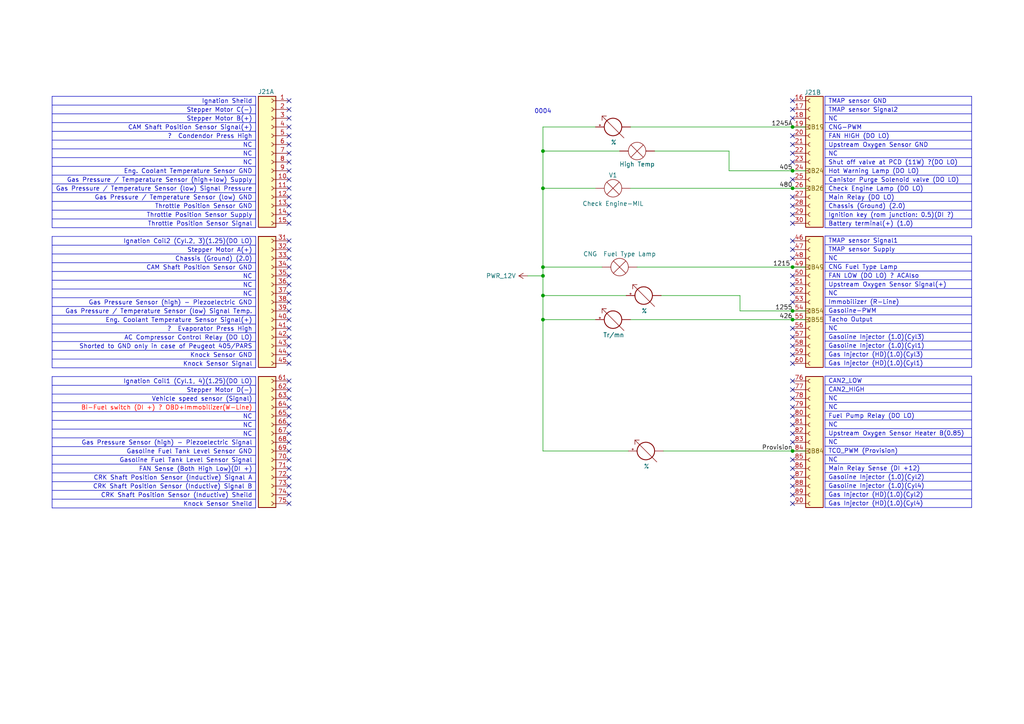
<source format=kicad_sch>
(kicad_sch (version 20250114) (generator "eeschema") (generator_version "9.0")
  (paper "A4")
  (lib_symbols
    (symbol "Device:Galvanometer" (pin_numbers (hide yes)) (pin_names (offset 0.0254) (hide yes))
      (property "Reference" "MES" (at -3.302 1.016 0))
      (property "Value" "Galvanometer" (at -3.302 -0.762 0))
      (symbol "Galvanometer_0_0"
        (polyline (pts (xy -3.175 -3.175) (xy 3.175 3.175)))
        (polyline (pts (xy 1.905 3.175) (xy 3.175 3.175) (xy 3.175 1.905)))
      )
      (symbol "Galvanometer_0_1"
        (circle (center 0 0) (radius 2.54) (stroke (width 0.254)))
        (polyline (pts (xy 0.254 3.81) (xy 0.762 3.81)))
        (polyline (pts (xy 0.508 4.064) (xy 0.508 3.556)))
      )
      (symbol "Galvanometer_1_1"
        (pin passive line (at 0 5.08 270) (length 2.54) (name "+") (number "2"))
        (pin passive line (at 0 -5.08 90) (length 2.54) (name "-") (number "1"))
      )
    )
    (symbol "Device:Lamp" (pin_numbers (hide yes)) (pin_names (offset 0.0254) (hide yes))
      (property "Reference" "LA" (at 0.635 3.81 0))
      (property "Value" "Lamp" (at 0.635 -3.81 0))
      (symbol "Lamp_0_1"
        (polyline (pts (xy -1.778 1.778) (xy 1.778 -1.778)))
        (circle (center 0 0) (radius 2.54))
        (polyline (pts (xy 1.778 1.778) (xy -1.778 -1.778)))
      )
      (symbol "Lamp_1_1"
        (pin passive line (at 0 5.08 270) (length 2.54) (name "+") (number "2"))
        (pin passive line (at 0 -5.08 90) (length 2.54) (name "-") (number "1"))
      )
    )
    (symbol "fab:PWR_12V" (power) (pin_names (offset 0))
      (property "Value" "PWR_12V" (at 0 3.556 0))
      (symbol "PWR_12V_0_1"
        (polyline (pts (xy -0.762 1.27) (xy 0 2.54)))
        (polyline (pts (xy 0 2.54) (xy 0.762 1.27)))
        (polyline (pts (xy 0 0) (xy 0 2.54)))
      )
      (symbol "PWR_12V_1_1"
        (pin power_in line (at 0 0 90) (length 0) (hide yes) (name "PWR_12V") (number "1"))
      )
    )
    (symbol "sicma_socket:Conn_01x90_3Row_Socket" (pin_names (offset 1.016) (hide yes))
      (property "Reference" "J" (at 1.524 60.833 0))
      (property "Value" "Conn_01x90_3Row_Socket" (at 1.397 -61.214 0))
      (symbol "Conn_01x90_3Row_Socket_1_1"
        (rectangle (start -0.508 59.69) (end 4.572 21.717) (stroke (width 0.254)) (fill (type background)))
        (polyline (pts (xy -0.508 58.42) (xy 0.254 58.42)) (stroke (width 0.1524)))
        (polyline (pts (xy -0.508 55.88) (xy 0.254 55.88)) (stroke (width 0.1524)))
        (polyline (pts (xy -0.508 53.34) (xy 0.254 53.34)) (stroke (width 0.1524)))
        (polyline (pts (xy -0.508 50.8) (xy 0.254 50.8)) (stroke (width 0.1524)))
        (polyline (pts (xy -0.508 48.26) (xy 0.254 48.26)) (stroke (width 0.1524)))
        (polyline (pts (xy -0.508 45.72) (xy 0.254 45.72)) (stroke (width 0.1524)))
        (polyline (pts (xy -0.508 43.18) (xy 0.254 43.18)) (stroke (width 0.1524)))
        (polyline (pts (xy -0.508 40.64) (xy 0.254 40.64)) (stroke (width 0.1524)))
        (polyline (pts (xy -0.508 38.1) (xy 0.254 38.1)) (stroke (width 0.1524)))
        (polyline (pts (xy -0.508 35.56) (xy 0.254 35.56)) (stroke (width 0.1524)))
        (polyline (pts (xy -0.508 33.02) (xy 0.254 33.02)) (stroke (width 0.1524)))
        (polyline (pts (xy -0.508 30.48) (xy 0.254 30.48)) (stroke (width 0.1524)))
        (polyline (pts (xy -0.508 27.94) (xy 0.254 27.94)) (stroke (width 0.1524)))
        (polyline (pts (xy -0.508 25.4) (xy 0.254 25.4)) (stroke (width 0.1524)))
        (polyline (pts (xy -0.508 22.86) (xy 0.254 22.86)) (stroke (width 0.1524)))
        (rectangle (start -0.508 19.05) (end 4.572 -18.923) (stroke (width 0.254)) (fill (type background)))
        (polyline (pts (xy -0.508 17.78) (xy 0.254 17.78)) (stroke (width 0.1524)))
        (polyline (pts (xy -0.508 15.24) (xy 0.254 15.24)) (stroke (width 0.1524)))
        (polyline (pts (xy -0.508 12.7) (xy 0.254 12.7)) (stroke (width 0.1524)))
        (polyline (pts (xy -0.508 10.16) (xy 0.254 10.16)) (stroke (width 0.1524)))
        (polyline (pts (xy -0.508 7.62) (xy 0.254 7.62)) (stroke (width 0.1524)))
        (polyline (pts (xy -0.508 5.08) (xy 0.254 5.08)) (stroke (width 0.1524)))
        (polyline (pts (xy -0.508 2.54) (xy 0.254 2.54)) (stroke (width 0.1524)))
        (polyline (pts (xy -0.508 0) (xy 0.254 0)) (stroke (width 0.1524)))
        (polyline (pts (xy -0.508 -2.54) (xy 0.254 -2.54)) (stroke (width 0.1524)))
        (polyline (pts (xy -0.508 -5.08) (xy 0.254 -5.08)) (stroke (width 0.1524)))
        (polyline (pts (xy -0.508 -7.62) (xy 0.254 -7.62)) (stroke (width 0.1524)))
        (polyline (pts (xy -0.508 -10.16) (xy 0.254 -10.16)) (stroke (width 0.1524)))
        (polyline (pts (xy -0.508 -12.7) (xy 0.254 -12.7)) (stroke (width 0.1524)))
        (polyline (pts (xy -0.508 -15.24) (xy 0.254 -15.24)) (stroke (width 0.1524)))
        (polyline (pts (xy -0.508 -17.78) (xy 0.254 -17.78)) (stroke (width 0.1524)))
        (rectangle (start -0.508 -21.59) (end 4.572 -59.563) (stroke (width 0.254)) (fill (type background)))
        (polyline (pts (xy -0.508 -22.86) (xy 0.254 -22.86)) (stroke (width 0.1524)))
        (polyline (pts (xy -0.508 -25.4) (xy 0.254 -25.4)) (stroke (width 0.1524)))
        (polyline (pts (xy -0.508 -27.94) (xy 0.254 -27.94)) (stroke (width 0.1524)))
        (polyline (pts (xy -0.508 -30.48) (xy 0.254 -30.48)) (stroke (width 0.1524)))
        (polyline (pts (xy -0.508 -33.02) (xy 0.254 -33.02)) (stroke (width 0.1524)))
        (polyline (pts (xy -0.508 -35.56) (xy 0.254 -35.56)) (stroke (width 0.1524)))
        (polyline (pts (xy -0.508 -38.1) (xy 0.254 -38.1)) (stroke (width 0.1524)))
        (polyline (pts (xy -0.508 -40.64) (xy 0.254 -40.64)) (stroke (width 0.1524)))
        (polyline (pts (xy -0.508 -43.18) (xy 0.254 -43.18)) (stroke (width 0.1524)))
        (polyline (pts (xy -0.508 -45.72) (xy 0.254 -45.72)) (stroke (width 0.1524)))
        (polyline (pts (xy -0.508 -48.26) (xy 0.254 -48.26)) (stroke (width 0.1524)))
        (polyline (pts (xy -0.508 -50.8) (xy 0.254 -50.8)) (stroke (width 0.1524)))
        (polyline (pts (xy -0.508 -53.34) (xy 0.254 -53.34)) (stroke (width 0.1524)))
        (polyline (pts (xy -0.508 -55.88) (xy 0.254 -55.88)) (stroke (width 0.1524)))
        (polyline (pts (xy -0.508 -58.42) (xy 0.254 -58.42)) (stroke (width 0.1524)))
        (arc (start 0.762 57.912) (mid 0.2562 58.42) (end 0.762 58.928) (stroke (width 0.1524)))
        (arc (start 0.762 55.372) (mid 0.2562 55.88) (end 0.762 56.388) (stroke (width 0.1524)))
        (arc (start 0.762 52.832) (mid 0.2562 53.34) (end 0.762 53.848) (stroke (width 0.1524)))
        (arc (start 0.762 50.292) (mid 0.2562 50.8) (end 0.762 51.308) (stroke (width 0.1524)))
        (arc (start 0.762 47.752) (mid 0.2562 48.26) (end 0.762 48.768) (stroke (width 0.1524)))
        (arc (start 0.762 45.212) (mid 0.2562 45.72) (end 0.762 46.228) (stroke (width 0.1524)))
        (arc (start 0.762 42.672) (mid 0.2562 43.18) (end 0.762 43.688) (stroke (width 0.1524)))
        (arc (start 0.762 40.132) (mid 0.2562 40.64) (end 0.762 41.148) (stroke (width 0.1524)))
        (arc (start 0.762 37.592) (mid 0.2562 38.1) (end 0.762 38.608) (stroke (width 0.1524)))
        (arc (start 0.762 35.052) (mid 0.2562 35.56) (end 0.762 36.068) (stroke (width 0.1524)))
        (arc (start 0.762 32.512) (mid 0.2562 33.02) (end 0.762 33.528) (stroke (width 0.1524)))
        (arc (start 0.762 29.972) (mid 0.2562 30.48) (end 0.762 30.988) (stroke (width 0.1524)))
        (arc (start 0.762 27.432) (mid 0.2562 27.94) (end 0.762 28.448) (stroke (width 0.1524)))
        (arc (start 0.762 24.892) (mid 0.2562 25.4) (end 0.762 25.908) (stroke (width 0.1524)))
        (arc (start 0.762 22.352) (mid 0.2562 22.86) (end 0.762 23.368) (stroke (width 0.1524)))
        (arc (start 0.762 17.272) (mid 0.2562 17.78) (end 0.762 18.288) (stroke (width 0.1524)))
        (arc (start 0.762 14.732) (mid 0.2562 15.24) (end 0.762 15.748) (stroke (width 0.1524)))
        (arc (start 0.762 12.192) (mid 0.2562 12.7) (end 0.762 13.208) (stroke (width 0.1524)))
        (arc (start 0.762 9.652) (mid 0.2562 10.16) (end 0.762 10.668) (stroke (width 0.1524)))
        (arc (start 0.762 7.112) (mid 0.2562 7.62) (end 0.762 8.128) (stroke (width 0.1524)))
        (arc (start 0.762 4.572) (mid 0.2562 5.08) (end 0.762 5.588) (stroke (width 0.1524)))
        (arc (start 0.762 2.032) (mid 0.2562 2.54) (end 0.762 3.048) (stroke (width 0.1524)))
        (arc (start 0.762 -0.508) (mid 0.2562 0) (end 0.762 0.508) (stroke (width 0.1524)))
        (arc (start 0.762 -3.048) (mid 0.2562 -2.54) (end 0.762 -2.032) (stroke (width 0.1524)))
        (arc (start 0.762 -5.588) (mid 0.2562 -5.08) (end 0.762 -4.572) (stroke (width 0.1524)))
        (arc (start 0.762 -8.128) (mid 0.2562 -7.62) (end 0.762 -7.112) (stroke (width 0.1524)))
        (arc (start 0.762 -10.668) (mid 0.2562 -10.16) (end 0.762 -9.652) (stroke (width 0.1524)))
        (arc (start 0.762 -13.208) (mid 0.2562 -12.7) (end 0.762 -12.192) (stroke (width 0.1524)))
        (arc (start 0.762 -15.748) (mid 0.2562 -15.24) (end 0.762 -14.732) (stroke (width 0.1524)))
        (arc (start 0.762 -18.288) (mid 0.2562 -17.78) (end 0.762 -17.272) (stroke (width 0.1524)))
        (arc (start 0.762 -23.368) (mid 0.2562 -22.86) (end 0.762 -22.352) (stroke (width 0.1524)))
        (arc (start 0.762 -25.908) (mid 0.2562 -25.4) (end 0.762 -24.892) (stroke (width 0.1524)))
        (arc (start 0.762 -28.448) (mid 0.2562 -27.94) (end 0.762 -27.432) (stroke (width 0.1524)))
        (arc (start 0.762 -30.988) (mid 0.2562 -30.48) (end 0.762 -29.972) (stroke (width 0.1524)))
        (arc (start 0.762 -33.528) (mid 0.2562 -33.02) (end 0.762 -32.512) (stroke (width 0.1524)))
        (arc (start 0.762 -36.068) (mid 0.2562 -35.56) (end 0.762 -35.052) (stroke (width 0.1524)))
        (arc (start 0.762 -38.608) (mid 0.2562 -38.1) (end 0.762 -37.592) (stroke (width 0.1524)))
        (arc (start 0.762 -41.148) (mid 0.2562 -40.64) (end 0.762 -40.132) (stroke (width 0.1524)))
        (arc (start 0.762 -43.688) (mid 0.2562 -43.18) (end 0.762 -42.672) (stroke (width 0.1524)))
        (arc (start 0.762 -46.228) (mid 0.2562 -45.72) (end 0.762 -45.212) (stroke (width 0.1524)))
        (arc (start 0.762 -48.768) (mid 0.2562 -48.26) (end 0.762 -47.752) (stroke (width 0.1524)))
        (arc (start 0.762 -51.308) (mid 0.2562 -50.8) (end 0.762 -50.292) (stroke (width 0.1524)))
        (arc (start 0.762 -53.848) (mid 0.2562 -53.34) (end 0.762 -52.832) (stroke (width 0.1524)))
        (arc (start 0.762 -56.388) (mid 0.2562 -55.88) (end 0.762 -55.372) (stroke (width 0.1524)))
        (arc (start 0.762 -58.928) (mid 0.2562 -58.42) (end 0.762 -57.912) (stroke (width 0.1524)))
        (pin passive line (at -4.318 58.42 0) (length 3.81) (name "A1") (number "1"))
        (pin passive line (at -4.318 55.88 0) (length 3.81) (name "A2") (number "2"))
        (pin passive line (at -4.318 53.34 0) (length 3.81) (name "A3") (number "3"))
        (pin passive line (at -4.318 50.8 0) (length 3.81) (name "A4") (number "4"))
        (pin passive line (at -4.318 48.26 0) (length 3.81) (name "A5") (number "5"))
        (pin passive line (at -4.318 45.72 0) (length 3.81) (name "A6") (number "6"))
        (pin passive line (at -4.318 43.18 0) (length 3.81) (name "A7") (number "7"))
        (pin passive line (at -4.318 40.64 0) (length 3.81) (name "A8") (number "8"))
        (pin passive line (at -4.318 38.1 0) (length 3.81) (name "A9") (number "9"))
        (pin passive line (at -4.318 35.56 0) (length 3.81) (name "A10") (number "10"))
        (pin passive line (at -4.318 33.02 0) (length 3.81) (name "A11") (number "11"))
        (pin passive line (at -4.318 30.48 0) (length 3.81) (name "A12") (number "12"))
        (pin passive line (at -4.318 27.94 0) (length 3.81) (name "A13") (number "13"))
        (pin passive line (at -4.318 25.4 0) (length 3.81) (name "A14") (number "14"))
        (pin passive line (at -4.318 22.86 0) (length 3.81) (name "A15") (number "15"))
        (pin passive line (at -4.318 17.78 0) (length 3.81) (name "A31") (number "31"))
        (pin passive line (at -4.318 15.24 0) (length 3.81) (name "A32") (number "32"))
        (pin passive line (at -4.318 12.7 0) (length 3.81) (name "A33") (number "33"))
        (pin passive line (at -4.318 10.16 0) (length 3.81) (name "A34") (number "34"))
        (pin passive line (at -4.318 7.62 0) (length 3.81) (name "A35") (number "35"))
        (pin passive line (at -4.318 5.08 0) (length 3.81) (name "A36") (number "36"))
        (pin passive line (at -4.318 2.54 0) (length 3.81) (name "A37") (number "37"))
        (pin passive line (at -4.318 0 0) (length 3.81) (name "A38") (number "38"))
        (pin passive line (at -4.318 -2.54 0) (length 3.81) (name "A39") (number "39"))
        (pin passive line (at -4.318 -5.08 0) (length 3.81) (name "A40") (number "40"))
        (pin passive line (at -4.318 -7.62 0) (length 3.81) (name "A41") (number "41"))
        (pin passive line (at -4.318 -10.16 0) (length 3.81) (name "A42") (number "42"))
        (pin passive line (at -4.318 -12.7 0) (length 3.81) (name "A43") (number "43"))
        (pin passive line (at -4.318 -15.24 0) (length 3.81) (name "A44") (number "44"))
        (pin passive line (at -4.318 -17.78 0) (length 3.81) (name "A45") (number "45"))
        (pin passive line (at -4.318 -22.86 0) (length 3.81) (name "A61") (number "61"))
        (pin passive line (at -4.318 -25.4 0) (length 3.81) (name "A62") (number "62"))
        (pin passive line (at -4.318 -27.94 0) (length 3.81) (name "A63") (number "63"))
        (pin passive line (at -4.318 -30.48 0) (length 3.81) (name "A64") (number "64"))
        (pin passive line (at -4.318 -33.02 0) (length 3.81) (name "A65") (number "65"))
        (pin passive line (at -4.318 -35.56 0) (length 3.81) (name "A66") (number "66"))
        (pin passive line (at -4.318 -38.1 0) (length 3.81) (name "A67") (number "67"))
        (pin passive line (at -4.318 -40.64 0) (length 3.81) (name "A68") (number "68"))
        (pin passive line (at -4.318 -43.18 0) (length 3.81) (name "A69") (number "69"))
        (pin passive line (at -4.318 -45.72 0) (length 3.81) (name "A70") (number "70"))
        (pin passive line (at -4.318 -48.26 0) (length 3.81) (name "A71") (number "71"))
        (pin passive line (at -4.318 -50.8 0) (length 3.81) (name "A72") (number "72"))
        (pin passive line (at -4.318 -53.34 0) (length 3.81) (name "A73") (number "73"))
        (pin passive line (at -4.318 -55.88 0) (length 3.81) (name "A74") (number "74"))
        (pin passive line (at -4.318 -58.42 0) (length 3.81) (name "A75") (number "75"))
      )
      (symbol "Conn_01x90_3Row_Socket_2_1"
        (rectangle (start -0.508 59.69) (end 4.572 21.717) (stroke (width 0.254)) (fill (type background)))
        (polyline (pts (xy -0.508 58.42) (xy 0.254 58.42)) (stroke (width 0.1524)))
        (polyline (pts (xy -0.508 55.88) (xy 0.254 55.88)) (stroke (width 0.1524)))
        (polyline (pts (xy -0.508 53.34) (xy 0.254 53.34)) (stroke (width 0.1524)))
        (polyline (pts (xy -0.508 50.8) (xy 0.254 50.8)) (stroke (width 0.1524)))
        (polyline (pts (xy -0.508 48.26) (xy 0.254 48.26)) (stroke (width 0.1524)))
        (polyline (pts (xy -0.508 45.72) (xy 0.254 45.72)) (stroke (width 0.1524)))
        (polyline (pts (xy -0.508 43.18) (xy 0.254 43.18)) (stroke (width 0.1524)))
        (polyline (pts (xy -0.508 40.64) (xy 0.254 40.64)) (stroke (width 0.1524)))
        (polyline (pts (xy -0.508 38.1) (xy 0.254 38.1)) (stroke (width 0.1524)))
        (polyline (pts (xy -0.508 35.56) (xy 0.254 35.56)) (stroke (width 0.1524)))
        (polyline (pts (xy -0.508 33.02) (xy 0.254 33.02)) (stroke (width 0.1524)))
        (polyline (pts (xy -0.508 30.48) (xy 0.254 30.48)) (stroke (width 0.1524)))
        (polyline (pts (xy -0.508 27.94) (xy 0.254 27.94)) (stroke (width 0.1524)))
        (polyline (pts (xy -0.508 25.4) (xy 0.254 25.4)) (stroke (width 0.1524)))
        (polyline (pts (xy -0.508 22.86) (xy 0.254 22.86)) (stroke (width 0.1524)))
        (rectangle (start -0.508 19.05) (end 4.572 -18.923) (stroke (width 0.254)) (fill (type background)))
        (polyline (pts (xy -0.508 17.78) (xy 0.254 17.78)) (stroke (width 0.1524)))
        (polyline (pts (xy -0.508 15.24) (xy 0.254 15.24)) (stroke (width 0.1524)))
        (polyline (pts (xy -0.508 12.7) (xy 0.254 12.7)) (stroke (width 0.1524)))
        (polyline (pts (xy -0.508 10.16) (xy 0.254 10.16)) (stroke (width 0.1524)))
        (polyline (pts (xy -0.508 7.62) (xy 0.254 7.62)) (stroke (width 0.1524)))
        (polyline (pts (xy -0.508 5.08) (xy 0.254 5.08)) (stroke (width 0.1524)))
        (polyline (pts (xy -0.508 2.54) (xy 0.254 2.54)) (stroke (width 0.1524)))
        (polyline (pts (xy -0.508 0) (xy 0.254 0)) (stroke (width 0.1524)))
        (polyline (pts (xy -0.508 -2.54) (xy 0.254 -2.54)) (stroke (width 0.1524)))
        (polyline (pts (xy -0.508 -5.08) (xy 0.254 -5.08)) (stroke (width 0.1524)))
        (polyline (pts (xy -0.508 -7.62) (xy 0.254 -7.62)) (stroke (width 0.1524)))
        (polyline (pts (xy -0.508 -10.16) (xy 0.254 -10.16)) (stroke (width 0.1524)))
        (polyline (pts (xy -0.508 -12.7) (xy 0.254 -12.7)) (stroke (width 0.1524)))
        (polyline (pts (xy -0.508 -15.24) (xy 0.254 -15.24)) (stroke (width 0.1524)))
        (polyline (pts (xy -0.508 -17.78) (xy 0.254 -17.78)) (stroke (width 0.1524)))
        (rectangle (start -0.508 -21.59) (end 4.572 -59.563) (stroke (width 0.254)) (fill (type background)))
        (polyline (pts (xy -0.508 -22.86) (xy 0.254 -22.86)) (stroke (width 0.1524)))
        (polyline (pts (xy -0.508 -25.4) (xy 0.254 -25.4)) (stroke (width 0.1524)))
        (polyline (pts (xy -0.508 -27.94) (xy 0.254 -27.94)) (stroke (width 0.1524)))
        (polyline (pts (xy -0.508 -30.48) (xy 0.254 -30.48)) (stroke (width 0.1524)))
        (polyline (pts (xy -0.508 -33.02) (xy 0.254 -33.02)) (stroke (width 0.1524)))
        (polyline (pts (xy -0.508 -35.56) (xy 0.254 -35.56)) (stroke (width 0.1524)))
        (polyline (pts (xy -0.508 -38.1) (xy 0.254 -38.1)) (stroke (width 0.1524)))
        (polyline (pts (xy -0.508 -40.64) (xy 0.254 -40.64)) (stroke (width 0.1524)))
        (polyline (pts (xy -0.508 -43.18) (xy 0.254 -43.18)) (stroke (width 0.1524)))
        (polyline (pts (xy -0.508 -45.72) (xy 0.254 -45.72)) (stroke (width 0.1524)))
        (polyline (pts (xy -0.508 -48.26) (xy 0.254 -48.26)) (stroke (width 0.1524)))
        (polyline (pts (xy -0.508 -50.8) (xy 0.254 -50.8)) (stroke (width 0.1524)))
        (polyline (pts (xy -0.508 -53.34) (xy 0.254 -53.34)) (stroke (width 0.1524)))
        (polyline (pts (xy -0.508 -55.88) (xy 0.254 -55.88)) (stroke (width 0.1524)))
        (polyline (pts (xy -0.508 -58.42) (xy 0.254 -58.42)) (stroke (width 0.1524)))
        (arc (start 0.762 57.912) (mid 0.2562 58.42) (end 0.762 58.928) (stroke (width 0.1524)))
        (arc (start 0.762 55.372) (mid 0.2562 55.88) (end 0.762 56.388) (stroke (width 0.1524)))
        (arc (start 0.762 52.832) (mid 0.2562 53.34) (end 0.762 53.848) (stroke (width 0.1524)))
        (arc (start 0.762 50.292) (mid 0.2562 50.8) (end 0.762 51.308) (stroke (width 0.1524)))
        (arc (start 0.762 47.752) (mid 0.2562 48.26) (end 0.762 48.768) (stroke (width 0.1524)))
        (arc (start 0.762 45.212) (mid 0.2562 45.72) (end 0.762 46.228) (stroke (width 0.1524)))
        (arc (start 0.762 42.672) (mid 0.2562 43.18) (end 0.762 43.688) (stroke (width 0.1524)))
        (arc (start 0.762 40.132) (mid 0.2562 40.64) (end 0.762 41.148) (stroke (width 0.1524)))
        (arc (start 0.762 37.592) (mid 0.2562 38.1) (end 0.762 38.608) (stroke (width 0.1524)))
        (arc (start 0.762 35.052) (mid 0.2562 35.56) (end 0.762 36.068) (stroke (width 0.1524)))
        (arc (start 0.762 32.512) (mid 0.2562 33.02) (end 0.762 33.528) (stroke (width 0.1524)))
        (arc (start 0.762 29.972) (mid 0.2562 30.48) (end 0.762 30.988) (stroke (width 0.1524)))
        (arc (start 0.762 27.432) (mid 0.2562 27.94) (end 0.762 28.448) (stroke (width 0.1524)))
        (arc (start 0.762 24.892) (mid 0.2562 25.4) (end 0.762 25.908) (stroke (width 0.1524)))
        (arc (start 0.762 22.352) (mid 0.2562 22.86) (end 0.762 23.368) (stroke (width 0.1524)))
        (arc (start 0.762 17.272) (mid 0.2562 17.78) (end 0.762 18.288) (stroke (width 0.1524)))
        (arc (start 0.762 14.732) (mid 0.2562 15.24) (end 0.762 15.748) (stroke (width 0.1524)))
        (arc (start 0.762 12.192) (mid 0.2562 12.7) (end 0.762 13.208) (stroke (width 0.1524)))
        (arc (start 0.762 9.652) (mid 0.2562 10.16) (end 0.762 10.668) (stroke (width 0.1524)))
        (arc (start 0.762 7.112) (mid 0.2562 7.62) (end 0.762 8.128) (stroke (width 0.1524)))
        (arc (start 0.762 4.572) (mid 0.2562 5.08) (end 0.762 5.588) (stroke (width 0.1524)))
        (arc (start 0.762 2.032) (mid 0.2562 2.54) (end 0.762 3.048) (stroke (width 0.1524)))
        (arc (start 0.762 -0.508) (mid 0.2562 0) (end 0.762 0.508) (stroke (width 0.1524)))
        (arc (start 0.762 -3.048) (mid 0.2562 -2.54) (end 0.762 -2.032) (stroke (width 0.1524)))
        (arc (start 0.762 -5.588) (mid 0.2562 -5.08) (end 0.762 -4.572) (stroke (width 0.1524)))
        (arc (start 0.762 -8.128) (mid 0.2562 -7.62) (end 0.762 -7.112) (stroke (width 0.1524)))
        (arc (start 0.762 -10.668) (mid 0.2562 -10.16) (end 0.762 -9.652) (stroke (width 0.1524)))
        (arc (start 0.762 -13.208) (mid 0.2562 -12.7) (end 0.762 -12.192) (stroke (width 0.1524)))
        (arc (start 0.762 -15.748) (mid 0.2562 -15.24) (end 0.762 -14.732) (stroke (width 0.1524)))
        (arc (start 0.762 -18.288) (mid 0.2562 -17.78) (end 0.762 -17.272) (stroke (width 0.1524)))
        (arc (start 0.762 -23.368) (mid 0.2562 -22.86) (end 0.762 -22.352) (stroke (width 0.1524)))
        (arc (start 0.762 -25.908) (mid 0.2562 -25.4) (end 0.762 -24.892) (stroke (width 0.1524)))
        (arc (start 0.762 -28.448) (mid 0.2562 -27.94) (end 0.762 -27.432) (stroke (width 0.1524)))
        (arc (start 0.762 -30.988) (mid 0.2562 -30.48) (end 0.762 -29.972) (stroke (width 0.1524)))
        (arc (start 0.762 -33.528) (mid 0.2562 -33.02) (end 0.762 -32.512) (stroke (width 0.1524)))
        (arc (start 0.762 -36.068) (mid 0.2562 -35.56) (end 0.762 -35.052) (stroke (width 0.1524)))
        (arc (start 0.762 -38.608) (mid 0.2562 -38.1) (end 0.762 -37.592) (stroke (width 0.1524)))
        (arc (start 0.762 -41.148) (mid 0.2562 -40.64) (end 0.762 -40.132) (stroke (width 0.1524)))
        (arc (start 0.762 -43.688) (mid 0.2562 -43.18) (end 0.762 -42.672) (stroke (width 0.1524)))
        (arc (start 0.762 -46.228) (mid 0.2562 -45.72) (end 0.762 -45.212) (stroke (width 0.1524)))
        (arc (start 0.762 -48.768) (mid 0.2562 -48.26) (end 0.762 -47.752) (stroke (width 0.1524)))
        (arc (start 0.762 -51.308) (mid 0.2562 -50.8) (end 0.762 -50.292) (stroke (width 0.1524)))
        (arc (start 0.762 -53.848) (mid 0.2562 -53.34) (end 0.762 -52.832) (stroke (width 0.1524)))
        (arc (start 0.762 -56.388) (mid 0.2562 -55.88) (end 0.762 -55.372) (stroke (width 0.1524)))
        (arc (start 0.762 -58.928) (mid 0.2562 -58.42) (end 0.762 -57.912) (stroke (width 0.1524)))
        (pin passive line (at -4.318 58.42 0) (length 3.81) (name "B16") (number "16"))
        (pin passive line (at -4.318 55.88 0) (length 3.81) (name "B17") (number "17"))
        (pin passive line (at -4.318 53.34 0) (length 3.81) (name "B18") (number "18"))
        (pin passive line (at -4.318 50.8 0) (length 3.81) (name "B19") (number "19"))
        (pin passive line (at -4.318 48.26 0) (length 3.81) (name "B20") (number "20"))
        (pin passive line (at -4.318 45.72 0) (length 3.81) (name "B21") (number "21"))
        (pin passive line (at -4.318 43.18 0) (length 3.81) (name "B22") (number "22"))
        (pin passive line (at -4.318 40.64 0) (length 3.81) (name "B23") (number "23"))
        (pin passive line (at -4.318 38.1 0) (length 3.81) (name "B24") (number "24"))
        (pin passive line (at -4.318 35.56 0) (length 3.81) (name "B25") (number "25"))
        (pin passive line (at -4.318 33.02 0) (length 3.81) (name "B26") (number "26"))
        (pin passive line (at -4.318 30.48 0) (length 3.81) (name "B27") (number "27"))
        (pin passive line (at -4.318 27.94 0) (length 3.81) (name "B28") (number "28"))
        (pin passive line (at -4.318 25.4 0) (length 3.81) (name "B29") (number "29"))
        (pin passive line (at -4.318 22.86 0) (length 3.81) (name "B30") (number "30"))
        (pin passive line (at -4.318 17.78 0) (length 3.81) (name "B46") (number "46"))
        (pin passive line (at -4.318 15.24 0) (length 3.81) (name "B47") (number "47"))
        (pin passive line (at -4.318 12.7 0) (length 3.81) (name "B48") (number "48"))
        (pin passive line (at -4.318 10.16 0) (length 3.81) (name "B49") (number "49"))
        (pin passive line (at -4.318 7.62 0) (length 3.81) (name "B50") (number "50"))
        (pin passive line (at -4.318 5.08 0) (length 3.81) (name "B51") (number "51"))
        (pin passive line (at -4.318 2.54 0) (length 3.81) (name "B52") (number "52"))
        (pin passive line (at -4.318 0 0) (length 3.81) (name "B53") (number "53"))
        (pin passive line (at -4.318 -2.54 0) (length 3.81) (name "B54") (number "54"))
        (pin passive line (at -4.318 -5.08 0) (length 3.81) (name "B55") (number "55"))
        (pin passive line (at -4.318 -7.62 0) (length 3.81) (name "B56") (number "56"))
        (pin passive line (at -4.318 -10.16 0) (length 3.81) (name "B57") (number "57"))
        (pin passive line (at -4.318 -12.7 0) (length 3.81) (name "B58") (number "58"))
        (pin passive line (at -4.318 -15.24 0) (length 3.81) (name "B59") (number "59"))
        (pin passive line (at -4.318 -17.78 0) (length 3.81) (name "B60") (number "60"))
        (pin passive line (at -4.318 -22.86 0) (length 3.81) (name "B76") (number "76"))
        (pin passive line (at -4.318 -25.4 0) (length 3.81) (name "B77") (number "77"))
        (pin passive line (at -4.318 -27.94 0) (length 3.81) (name "B78") (number "78"))
        (pin passive line (at -4.318 -30.48 0) (length 3.81) (name "B79") (number "79"))
        (pin passive line (at -4.318 -33.02 0) (length 3.81) (name "B80") (number "80"))
        (pin passive line (at -4.318 -35.56 0) (length 3.81) (name "B81") (number "81"))
        (pin passive line (at -4.318 -38.1 0) (length 3.81) (name "B82") (number "82"))
        (pin passive line (at -4.318 -40.64 0) (length 3.81) (name "B83") (number "83"))
        (pin passive line (at -4.318 -43.18 0) (length 3.81) (name "B84") (number "84"))
        (pin passive line (at -4.318 -45.72 0) (length 3.81) (name "B85") (number "85"))
        (pin passive line (at -4.318 -48.26 0) (length 3.81) (name "B86") (number "86"))
        (pin passive line (at -4.318 -50.8 0) (length 3.81) (name "B87") (number "87"))
        (pin passive line (at -4.318 -53.34 0) (length 3.81) (name "B88") (number "88"))
        (pin passive line (at -4.318 -55.88 0) (length 3.81) (name "B89") (number "89"))
        (pin passive line (at -4.318 -58.42 0) (length 3.81) (name "B90") (number "90"))
      )
    )
  )
  (text "0004" (exclude_from_sim yes) (at 157.48 32.385 0) (effects (font (size 1.27 1.27))))
  (junction (at 229.87 54.61))
  (junction (at 229.87 77.47))
  (junction (at 157.48 85.725))
  (junction (at 229.87 90.17))
  (junction (at 229.87 92.71))
  (junction (at 229.87 130.81))
  (junction (at 229.87 49.53))
  (junction (at 157.48 80.01))
  (junction (at 157.48 92.71))
  (junction (at 157.48 43.815))
  (junction (at 157.48 77.47))
  (junction (at 229.87 36.83))
  (junction (at 157.48 54.61))
  (no_connect (at 83.82 130.81))
  (no_connect (at 229.87 29.21))
  (no_connect (at 229.87 82.55))
  (no_connect (at 83.82 138.43))
  (no_connect (at 83.82 62.23))
  (no_connect (at 229.87 57.15))
  (no_connect (at 83.82 36.83))
  (no_connect (at 229.87 118.11))
  (no_connect (at 229.87 105.41))
  (no_connect (at 229.87 128.27))
  (no_connect (at 229.87 31.75))
  (no_connect (at 83.82 74.93))
  (no_connect (at 229.87 64.77))
  (no_connect (at 83.82 90.17))
  (no_connect (at 83.82 95.25))
  (no_connect (at 83.82 125.73))
  (no_connect (at 83.82 34.29))
  (no_connect (at 83.82 97.79))
  (no_connect (at 229.87 85.09))
  (no_connect (at 229.87 34.29))
  (no_connect (at 229.87 80.01))
  (no_connect (at 83.82 87.63))
  (no_connect (at 229.87 120.65))
  (no_connect (at 83.82 31.75))
  (no_connect (at 83.82 52.07))
  (no_connect (at 83.82 92.71))
  (no_connect (at 83.82 44.45))
  (no_connect (at 229.87 113.03))
  (no_connect (at 229.87 138.43))
  (no_connect (at 229.87 39.37))
  (no_connect (at 83.82 39.37))
  (no_connect (at 83.82 118.11))
  (no_connect (at 83.82 115.57))
  (no_connect (at 229.87 146.05))
  (no_connect (at 229.87 143.51))
  (no_connect (at 83.82 100.33))
  (no_connect (at 83.82 29.21))
  (no_connect (at 83.82 105.41))
  (no_connect (at 83.82 123.19))
  (no_connect (at 83.82 120.65))
  (no_connect (at 83.82 140.97))
  (no_connect (at 83.82 54.61))
  (no_connect (at 83.82 85.09))
  (no_connect (at 229.87 41.91))
  (no_connect (at 229.87 102.87))
  (no_connect (at 83.82 69.85))
  (no_connect (at 229.87 62.23))
  (no_connect (at 229.87 135.89))
  (no_connect (at 229.87 74.93))
  (no_connect (at 229.87 140.97))
  (no_connect (at 229.87 97.79))
  (no_connect (at 83.82 77.47))
  (no_connect (at 229.87 87.63))
  (no_connect (at 229.87 95.25))
  (no_connect (at 83.82 82.55))
  (no_connect (at 83.82 143.51))
  (no_connect (at 83.82 64.77))
  (no_connect (at 229.87 44.45))
  (no_connect (at 229.87 69.85))
  (no_connect (at 83.82 135.89))
  (no_connect (at 229.87 46.99))
  (no_connect (at 83.82 46.99))
  (no_connect (at 83.82 110.49))
  (no_connect (at 83.82 59.69))
  (no_connect (at 229.87 125.73))
  (no_connect (at 229.87 133.35))
  (no_connect (at 83.82 128.27))
  (no_connect (at 229.87 123.19))
  (no_connect (at 83.82 72.39))
  (no_connect (at 229.87 52.07))
  (no_connect (at 229.87 115.57))
  (no_connect (at 83.82 57.15))
  (no_connect (at 83.82 102.87))
  (no_connect (at 83.82 133.35))
  (no_connect (at 229.87 110.49))
  (no_connect (at 83.82 41.91))
  (no_connect (at 229.87 100.33))
  (no_connect (at 83.82 146.05))
  (no_connect (at 83.82 113.03))
  (no_connect (at 229.87 59.69))
  (no_connect (at 83.82 80.01))
  (no_connect (at 83.82 49.53))
  (no_connect (at 229.87 72.39))
  (wire (pts (xy 157.48 92.71) (xy 157.48 130.81)))
  (wire (pts (xy 182.88 54.61) (xy 229.87 54.61)))
  (wire (pts (xy 182.245 130.81) (xy 157.48 130.81)))
  (wire (pts (xy 211.455 43.815) (xy 211.455 49.53)))
  (wire (pts (xy 157.48 92.71) (xy 172.72 92.71)))
  (wire (pts (xy 229.87 36.83) (xy 233.68 36.83)))
  (wire (pts (xy 214.63 85.725) (xy 214.63 90.17)))
  (wire (pts (xy 153.035 80.01) (xy 157.48 80.01)))
  (wire (pts (xy 157.48 54.61) (xy 172.72 54.61)))
  (wire (pts (xy 157.48 80.01) (xy 157.48 85.725)))
  (wire (pts (xy 229.87 90.17) (xy 233.68 90.17)))
  (wire (pts (xy 229.87 130.81) (xy 233.68 130.81)))
  (wire (pts (xy 182.88 92.71) (xy 229.87 92.71)))
  (wire (pts (xy 184.785 77.47) (xy 229.87 77.47)))
  (wire (pts (xy 191.77 85.725) (xy 214.63 85.725)))
  (wire (pts (xy 229.87 49.53) (xy 233.68 49.53)))
  (wire (pts (xy 229.87 77.47) (xy 233.68 77.47)))
  (wire (pts (xy 157.48 36.83) (xy 172.72 36.83)))
  (wire (pts (xy 157.48 77.47) (xy 157.48 54.61)))
  (wire (pts (xy 229.87 54.61) (xy 233.68 54.61)))
  (wire (pts (xy 229.87 92.71) (xy 233.68 92.71)))
  (wire (pts (xy 157.48 43.815) (xy 157.48 54.61)))
  (wire (pts (xy 157.48 43.815) (xy 179.705 43.815)))
  (wire (pts (xy 157.48 77.47) (xy 174.625 77.47)))
  (wire (pts (xy 192.405 130.81) (xy 229.87 130.81)))
  (wire (pts (xy 157.48 85.725) (xy 157.48 92.71)))
  (wire (pts (xy 182.88 36.83) (xy 229.87 36.83)))
  (wire (pts (xy 157.48 77.47) (xy 157.48 80.01)))
  (wire (pts (xy 157.48 43.815) (xy 157.48 36.83)))
  (wire (pts (xy 211.455 49.53) (xy 229.87 49.53)))
  (wire (pts (xy 157.48 85.725) (xy 181.61 85.725)))
  (wire (pts (xy 214.63 90.17) (xy 229.87 90.17)))
  (wire (pts (xy 189.865 43.815) (xy 211.455 43.815)))
  (table (column_count 1) (border (external yes) (header yes)) (separators (rows yes) (cols yes)) (column_widths 42.545) (row_heights 2.54 2.54 2.54 2.54 2.54 2.54 2.54 2.54 2.54 2.54 2.54 2.54 2.54 2.54 2.54) (cells (table_cell "CAN2_LOW" (at 239.268 109.093 0) (size 42.545 2.54) (margins 0.9525 0.9525 0.9525 0.9525) (span 1 1)) (table_cell "CAN2_HIGH" (at 239.268 111.633 0) (size 42.545 2.54) (margins 0.9525 0.9525 0.9525 0.9525) (span 1 1)) (table_cell "NC" (at 239.268 114.173 0) (size 42.545 2.54) (margins 0.9525 0.9525 0.9525 0.9525) (span 1 1)) (table_cell "NC" (at 239.268 116.713 0) (size 42.545 2.54) (margins 0.9525 0.9525 0.9525 0.9525) (span 1 1)) (table_cell "Fuel Pump Relay (DO LO)" (at 239.268 119.253 0) (size 42.545 2.54) (margins 0.9525 0.9525 0.9525 0.9525) (span 1 1)) (table_cell "NC" (at 239.268 121.793 0) (size 42.545 2.54) (margins 0.9525 0.9525 0.9525 0.9525) (span 1 1)) (table_cell "Upstream Oxygen Sensor Heater B(0.85)" (at 239.268 124.333 0) (size 42.545 2.54) (margins 0.9525 0.9525 0.9525 0.9525) (span 1 1)) (table_cell "NC" (at 239.268 126.873 0) (size 42.545 2.54) (margins 0.9525 0.9525 0.9525 0.9525) (span 1 1)) (table_cell "TCO_PWM (Provision)" (at 239.268 129.413 0) (size 42.545 2.54) (margins 0.9525 0.9525 0.9525 0.9525) (span 1 1)) (table_cell "NC" (at 239.268 131.953 0) (size 42.545 2.54) (margins 0.9525 0.9525 0.9525 0.9525) (span 1 1)) (table_cell "Main Relay Sense (DI +12)" (at 239.268 134.493 0) (size 42.545 2.54) (margins 0.9525 0.9525 0.9525 0.9525) (span 1 1)) (table_cell "Gasoline Injector (1.0)(Cyl2)" (at 239.268 137.033 0) (size 42.545 2.54) (margins 0.9525 0.9525 0.9525 0.9525) (span 1 1)) (table_cell "Gasoline Injector (1.0)(Cyl4)" (at 239.268 139.573 0) (size 42.545 2.54) (margins 0.9525 0.9525 0.9525 0.9525) (span 1 1)) (table_cell "Gas Injector (HD)(1.0)(Cyl2)" (at 239.268 142.113 0) (size 42.545 2.54) (margins 0.9525 0.9525 0.9525 0.9525) (span 1 1)) (table_cell "Gas Injector (HD)(1.0)(Cyl4)" (at 239.268 144.653 0) (size 42.545 2.54) (margins 0.9525 0.9525 0.9525 0.9525) (span 1 1))))
  (table (column_count 1) (border (external yes) (header yes)) (separators (rows yes) (cols yes)) (column_widths 42.545) (row_heights 2.54 2.54 2.54 2.54 2.54 2.54 2.54 2.54 2.54 2.54 2.54 2.54 2.54 2.54 2.54) (cells (table_cell "TMAP sensor GND" (at 239.268 27.94 0) (size 42.545 2.54) (margins 0.9525 0.9525 0.9525 0.9525) (span 1 1)) (table_cell "TMAP sensor Signal2" (at 239.268 30.48 0) (size 42.545 2.54) (margins 0.9525 0.9525 0.9525 0.9525) (span 1 1)) (table_cell "NC" (at 239.268 33.02 0) (size 42.545 2.54) (margins 0.9525 0.9525 0.9525 0.9525) (span 1 1)) (table_cell "CNG-PWM" (at 239.268 35.56 0) (size 42.545 2.54) (margins 0.9525 0.9525 0.9525 0.9525) (span 1 1)) (table_cell "FAN HIGH (DO LO)" (at 239.268 38.1 0) (size 42.545 2.54) (margins 0.9525 0.9525 0.9525 0.9525) (span 1 1)) (table_cell "Upstream Oxygen Sensor GND" (at 239.268 40.64 0) (size 42.545 2.54) (margins 0.9525 0.9525 0.9525 0.9525) (span 1 1)) (table_cell "NC" (at 239.268 43.18 0) (size 42.545 2.54) (margins 0.9525 0.9525 0.9525 0.9525) (span 1 1)) (table_cell "Shut off valve at PCD (11W) ?(DO LO)" (at 239.268 45.72 0) (size 42.545 2.54) (margins 0.9525 0.9525 0.9525 0.9525) (span 1 1)) (table_cell "Hot Warning Lamp (DO LO)" (at 239.268 48.26 0) (size 42.545 2.54) (margins 0.9525 0.9525 0.9525 0.9525) (span 1 1)) (table_cell "Canistor Purge Solenoid valve (DO LO)" (at 239.268 50.8 0) (size 42.545 2.54) (margins 0.9525 0.9525 0.9525 0.9525) (span 1 1)) (table_cell "Check Engine Lamp (DO LO)" (at 239.268 53.34 0) (size 42.545 2.54) (margins 0.9525 0.9525 0.9525 0.9525) (span 1 1)) (table_cell "Main Relay (DO LO)" (at 239.268 55.88 0) (size 42.545 2.54) (margins 0.9525 0.9525 0.9525 0.9525) (span 1 1)) (table_cell "Chassis (Ground) (2.0)" (at 239.268 58.42 0) (size 42.545 2.54) (margins 0.9525 0.9525 0.9525 0.9525) (span 1 1)) (table_cell "Ignition key (rom junction: 0.5)(DI ?)" (at 239.268 60.96 0) (size 42.545 2.54) (margins 0.9525 0.9525 0.9525 0.9525) (span 1 1)) (table_cell "Battery terminal(+) (1.0)" (at 239.268 63.5 0) (size 42.545 2.54) (margins 0.9525 0.9525 0.9525 0.9525) (span 1 1))))
  (table (column_count 1) (border (external yes) (header no)) (separators (rows yes) (cols no)) (column_widths 59.055) (row_heights 2.54 2.54 2.54 2.54 2.54 2.54 2.54 2.54 2.54 2.54 2.54 2.54 2.54 2.54 2.54) (cells (table_cell "Ignation Sheild" (at 15.113 27.94 0) (size 59.055 2.54) (margins 0.9525 0.9525 0.9525 0.9525) (span 1 1)) (table_cell "Stepper Motor C(-)" (at 15.113 30.48 0) (size 59.055 2.54) (margins 0.9525 0.9525 0.9525 0.9525) (span 1 1)) (table_cell "Stepper Motor B(+)" (at 15.113 33.02 0) (size 59.055 2.54) (margins 0.9525 0.9525 0.9525 0.9525) (span 1 1)) (table_cell "CAM Shaft Position Sensor Signal(+)" (at 15.113 35.56 0) (size 59.055 2.54) (margins 0.9525 0.9525 0.9525 0.9525) (span 1 1)) (table_cell "?  Condendor Press High" (at 15.113 38.1 0) (size 59.055 2.54) (margins 0.9525 0.9525 0.9525 0.9525) (span 1 1)) (table_cell "NC" (at 15.113 40.64 0) (size 59.055 2.54) (margins 0.9525 0.9525 0.9525 0.9525) (span 1 1)) (table_cell "NC" (at 15.113 43.18 0) (size 59.055 2.54) (margins 0.9525 0.9525 0.9525 0.9525) (span 1 1)) (table_cell "NC" (at 15.113 45.72 0) (size 59.055 2.54) (margins 0.9525 0.9525 0.9525 0.9525) (span 1 1)) (table_cell "Eng. Coolant Temperature Sensor GND" (at 15.113 48.26 0) (size 59.055 2.54) (margins 0.9525 0.9525 0.9525 0.9525) (span 1 1)) (table_cell "Gas Pressure / Temperature Sensor (high+low) Supply" (at 15.113 50.8 0) (size 59.055 2.54) (margins 0.9525 0.9525 0.9525 0.9525) (span 1 1)) (table_cell "Gas Pressure / Temperature Sensor (low) Signal Pressure" (at 15.113 53.34 0) (size 59.055 2.54) (margins 0.9525 0.9525 0.9525 0.9525) (span 1 1)) (table_cell "Gas Pressure / Temperature Sensor (low) GND" (at 15.113 55.88 0) (size 59.055 2.54) (margins 0.9525 0.9525 0.9525 0.9525) (span 1 1)) (table_cell "Throttle Position Sensor GND" (at 15.113 58.42 0) (size 59.055 2.54) (margins 0.9525 0.9525 0.9525 0.9525) (span 1 1)) (table_cell "Throttle Position Sensor Supply" (at 15.113 60.96 0) (size 59.055 2.54) (margins 0.9525 0.9525 0.9525 0.9525) (span 1 1)) (table_cell "Throttle Position Sensor Signal" (at 15.113 63.5 0) (size 59.055 2.54) (margins 0.9525 0.9525 0.9525 0.9525) (span 1 1))))
  (table (column_count 1) (border (external yes) (header yes)) (separators (rows yes) (cols yes)) (column_widths 42.545) (row_heights 2.54 2.54 2.54 2.54 2.54 2.54 2.54 2.54 2.54 2.54 2.54 2.54 2.54 2.54 2.54) (cells (table_cell "TMAP sensor Signal1" (at 239.268 68.453 0) (size 42.545 2.54) (margins 0.9525 0.9525 0.9525 0.9525) (span 1 1)) (table_cell "TMAP sensor Supply" (at 239.268 70.993 0) (size 42.545 2.54) (margins 0.9525 0.9525 0.9525 0.9525) (span 1 1)) (table_cell "NC" (at 239.268 73.533 0) (size 42.545 2.54) (margins 0.9525 0.9525 0.9525 0.9525) (span 1 1)) (table_cell "CNG Fuel Type Lamp" (at 239.268 76.073 0) (size 42.545 2.54) (margins 0.9525 0.9525 0.9525 0.9525) (span 1 1)) (table_cell "FAN LOW (DO LO) ? ACAlso" (at 239.268 78.613 0) (size 42.545 2.54) (margins 0.9525 0.9525 0.9525 0.9525) (span 1 1)) (table_cell "Upstream Oxygen Sensor Signal(+)" (at 239.268 81.153 0) (size 42.545 2.54) (margins 0.9525 0.9525 0.9525 0.9525) (span 1 1)) (table_cell "NC" (at 239.268 83.693 0) (size 42.545 2.54) (margins 0.9525 0.9525 0.9525 0.9525) (span 1 1)) (table_cell "Immobilizer (R-Line)" (at 239.268 86.233 0) (size 42.545 2.54) (margins 0.9525 0.9525 0.9525 0.9525) (span 1 1)) (table_cell "Gasoline-PWM" (at 239.268 88.773 0) (size 42.545 2.54) (margins 0.9525 0.9525 0.9525 0.9525) (span 1 1)) (table_cell "Tacho Output" (at 239.268 91.313 0) (size 42.545 2.54) (margins 0.9525 0.9525 0.9525 0.9525) (span 1 1)) (table_cell "NC" (at 239.268 93.853 0) (size 42.545 2.54) (margins 0.9525 0.9525 0.9525 0.9525) (span 1 1)) (table_cell "Gasoline Injector (1.0)(Cyl3)" (at 239.268 96.393 0) (size 42.545 2.54) (margins 0.9525 0.9525 0.9525 0.9525) (span 1 1)) (table_cell "Gasoline Injector (1.0)(Cyl1)" (at 239.268 98.933 0) (size 42.545 2.54) (margins 0.9525 0.9525 0.9525 0.9525) (span 1 1)) (table_cell "Gas Injector (HD)(1.0)(Cyl3)" (at 239.268 101.473 0) (size 42.545 2.54) (margins 0.9525 0.9525 0.9525 0.9525) (span 1 1)) (table_cell "Gas Injector (HD)(1.0)(Cyl1)" (at 239.268 104.013 0) (size 42.545 2.54) (margins 0.9525 0.9525 0.9525 0.9525) (span 1 1))))
  (table (column_count 1) (border (external yes) (header yes)) (separators (rows yes) (cols yes)) (column_widths 59.055) (row_heights 2.54 2.54 2.54 2.54 2.54 2.54 2.54 2.54 2.54 2.54 2.54 2.54 2.54 2.54 2.54) (cells (table_cell "Ignation Coil2 (Cyl.2, 3)(1.25)(DO LO)" (at 15.113 68.58 0) (size 59.055 2.54) (margins 0.9525 0.9525 0.9525 0.9525) (span 1 1)) (table_cell "Stepper Motor A(+)" (at 15.113 71.12 0) (size 59.055 2.54) (margins 0.9525 0.9525 0.9525 0.9525) (span 1 1)) (table_cell "Chassis (Ground) (2.0)" (at 15.113 73.66 0) (size 59.055 2.54) (margins 0.9525 0.9525 0.9525 0.9525) (span 1 1)) (table_cell "CAM Shaft Position Sensor GND" (at 15.113 76.2 0) (size 59.055 2.54) (margins 0.9525 0.9525 0.9525 0.9525) (span 1 1)) (table_cell "NC" (at 15.113 78.74 0) (size 59.055 2.54) (margins 0.9525 0.9525 0.9525 0.9525) (span 1 1)) (table_cell "NC" (at 15.113 81.28 0) (size 59.055 2.54) (margins 0.9525 0.9525 0.9525 0.9525) (span 1 1)) (table_cell "NC" (at 15.113 83.82 0) (size 59.055 2.54) (margins 0.9525 0.9525 0.9525 0.9525) (span 1 1)) (table_cell "Gas Pressure Sensor (high) - Piezoelectric GND" (at 15.113 86.36 0) (size 59.055 2.54) (margins 0.9525 0.9525 0.9525 0.9525) (span 1 1)) (table_cell "Gas Pressure / Temperature Sensor (low) Signal Temp." (at 15.113 88.9 0) (size 59.055 2.54) (margins 0.9525 0.9525 0.9525 0.9525) (span 1 1)) (table_cell "Eng. Coolant Temperature Sensor Signal(+)" (at 15.113 91.44 0) (size 59.055 2.54) (margins 0.9525 0.9525 0.9525 0.9525) (span 1 1)) (table_cell "?  Evaporator Press High" (at 15.113 93.98 0) (size 59.055 2.54) (margins 0.9525 0.9525 0.9525 0.9525) (span 1 1)) (table_cell "AC Compressor Control Relay (DO LO)" (at 15.113 96.52 0) (size 59.055 2.54) (margins 0.9525 0.9525 0.9525 0.9525) (span 1 1)) (table_cell "Shorted to GND only in case of Peugeot 405/PARS" (at 15.113 99.06 0) (size 59.055 2.54) (margins 0.9525 0.9525 0.9525 0.9525) (span 1 1)) (table_cell "Knock Sensor GND" (at 15.113 101.6 0) (size 59.055 2.54) (margins 0.9525 0.9525 0.9525 0.9525) (span 1 1)) (table_cell "Knock Sensor Signal" (at 15.113 104.14 0) (size 59.055 2.54) (margins 0.9525 0.9525 0.9525 0.9525) (span 1 1))))
  (table (column_count 1) (border (external yes) (header yes)) (separators (rows yes) (cols yes)) (column_widths 59.055) (row_heights 2.54 2.54 2.54 2.54 2.54 2.54 2.54 2.54 2.54 2.54 2.54 2.54 2.54 2.54 2.54) (cells (table_cell "Ignation Coil1 (Cyl.1, 4)(1.25)(DO LO)" (at 15.113 109.22 0) (size 59.055 2.54) (margins 0.9525 0.9525 0.9525 0.9525) (span 1 1)) (table_cell "Stepper Motor D(-)" (at 15.113 111.76 0) (size 59.055 2.54) (margins 0.9525 0.9525 0.9525 0.9525) (span 1 1)) (table_cell "Vehicle speed sensor (Signal)" (at 15.113 114.3 0) (size 59.055 2.54) (margins 0.9525 0.9525 0.9525 0.9525) (span 1 1)) (table_cell "Bi-Fuel switch (DI +) ? OBD+Immobilizer(W-Line)" (at 15.113 116.84 0) (size 59.055 2.54) (margins 0.9525 0.9525 0.9525 0.9525) (span 1 1)) (table_cell "NC" (at 15.113 119.38 0) (size 59.055 2.54) (margins 0.9525 0.9525 0.9525 0.9525) (span 1 1)) (table_cell "NC" (at 15.113 121.92 0) (size 59.055 2.54) (margins 0.9525 0.9525 0.9525 0.9525) (span 1 1)) (table_cell "NC" (at 15.113 124.46 0) (size 59.055 2.54) (margins 0.9525 0.9525 0.9525 0.9525) (span 1 1)) (table_cell "Gas Pressure Sensor (high) - Piezoelectric Signal" (at 15.113 127 0) (size 59.055 2.54) (margins 0.9525 0.9525 0.9525 0.9525) (span 1 1)) (table_cell "Gasoline Fuel Tank Level Sensor GND" (at 15.113 129.54 0) (size 59.055 2.54) (margins 0.9525 0.9525 0.9525 0.9525) (span 1 1)) (table_cell "Gasoline Fuel Tank Level Sensor Signal" (at 15.113 132.08 0) (size 59.055 2.54) (margins 0.9525 0.9525 0.9525 0.9525) (span 1 1)) (table_cell "FAN Sense (Both High Low)(DI +)" (at 15.113 134.62 0) (size 59.055 2.54) (margins 0.9525 0.9525 0.9525 0.9525) (span 1 1)) (table_cell "CRK Shaft Position Sensor (Inductive) Signal A" (at 15.113 137.16 0) (size 59.055 2.54) (margins 0.9525 0.9525 0.9525 0.9525) (span 1 1)) (table_cell "CRK Shaft Position Sensor (Inductive) Signal B" (at 15.113 139.7 0) (size 59.055 2.54) (margins 0.9525 0.9525 0.9525 0.9525) (span 1 1)) (table_cell "CRK Shaft Position Sensor (Inductive) Sheild" (at 15.113 142.24 0) (size 59.055 2.54) (margins 0.9525 0.9525 0.9525 0.9525) (span 1 1)) (table_cell "Knock Sensor Sheild" (at 15.113 144.78 0) (size 59.055 2.54) (margins 0.9525 0.9525 0.9525 0.9525) (span 1 1))))
  (label "426" (at 229.87 92.71 180))
  (label "1255" (at 229.87 90.17 180))
  (label "Provision" (at 229.87 130.81 180))
  (label "405" (at 229.87 49.53 180))
  (label "1245A" (at 229.87 36.83 180))
  (label "480" (at 229.87 54.61 180))
  (label "1215" (at 229.235 77.47 180))
  (hierarchical_label "B54" (shape passive) (at 233.68 90.17 0))
  (hierarchical_label "B19" (shape passive) (at 233.68 36.83 0))
  (hierarchical_label "B55" (shape passive) (at 233.68 92.71 0))
  (hierarchical_label "B49" (shape passive) (at 233.68 77.47 0))
  (hierarchical_label "B26" (shape passive) (at 233.68 54.61 0))
  (hierarchical_label "B24" (shape passive) (at 233.68 49.53 0))
  (hierarchical_label "B84" (shape passive) (at 233.68 130.81 0))
  (symbol (lib_id "Device:Lamp") (at 177.8 54.61 90) (unit 1) (in_bom no) (on_board no)
    (property "Reference" "V1" (at 177.7999 50.8 90))
    (property "Value" "Check Engine-MIL" (at 177.7999 59.055 90))
    (property "Description" "Lamp" (effects (hide yes)))
  )
  (symbol (lib_id "Device:Galvanometer") (at 177.8 92.71 90) (unit 1)
    (property "Reference" "_3" (effects (hide yes)))
    (property "Value" "Tr/mn" (at 177.9905 97.155 90))
    (property "Description" "Galvanometer" (effects (hide yes)))
  )
  (symbol (lib_id "Device:Lamp") (at 184.785 43.815 90) (unit 1) (in_bom no) (on_board no)
    (property "Reference" "LA2" (effects (hide yes)))
    (property "Value" "High Temp" (at 184.7849 47.625 90))
    (property "Description" "Lamp" (effects (hide yes)))
  )
  (symbol (lib_id "sicma_socket:Conn_01x90_3Row_Socket") (at 79.502 87.63 0) (mirror y) (unit 1)
    (property "Reference" "J21" (at 79.502 26.6064 0) (effects (justify left)))
    (property "Value" "Conn_01x90_3Row_Socket" (effects (hide yes)))
    (property "Description" "\"Duble connector, triple row, 03x30, unit letter first pin numbering scheme (pin number form 1 to 90\"" (effects (hide yes)))
  )
  (symbol (lib_id "sicma_socket:Conn_01x90_3Row_Socket") (at 234.188 87.63 0) (unit 2)
    (property "Reference" "J21" (at 235.712 26.797 0))
    (property "Value" "Conn_01x90_3Row_Socket" (effects (hide yes)))
    (property "Description" "\"Duble connector, triple row, 03x30, unit letter first pin numbering scheme (pin number form 1 to 90\"" (effects (hide yes)))
  )
  (symbol (lib_id "Device:Galvanometer") (at 177.8 36.83 90) (unit 1)
    (property "Reference" "_4" (effects (hide yes)))
    (property "Value" "%" (at 177.9905 41.275 90))
    (property "Description" "Galvanometer" (effects (hide yes)))
  )
  (symbol (lib_id "fab:PWR_12V") (at 153.035 80.01 90) (unit 1)
    (property "Reference" "#PWR0352" (effects (hide yes)))
    (property "Value" "PWR_12V" (at 140.97 80.01 90) (effects (justify right)))
    (property "Description" "Power symbol creates a global label with name \"+12V\"" (effects (hide yes)))
  )
  (symbol (lib_id "Device:Lamp") (at 179.705 77.47 90) (unit 1) (in_bom no) (on_board no)
    (property "Reference" "LA1" (effects (hide yes)))
    (property "Value" "CNG  Fuel Type Lamp" (at 179.7049 73.66 90))
    (property "Description" "Lamp" (effects (hide yes)))
  )
  (symbol (lib_id "Device:Galvanometer") (at 186.69 85.725 90) (unit 1)
    (property "Reference" "_1" (effects (hide yes)))
    (property "Value" "%" (at 186.8805 90.17 90))
    (property "Description" "Galvanometer" (effects (hide yes)))
  )
  (symbol (lib_id "Device:Galvanometer") (at 187.325 130.81 90) (unit 1)
    (property "Reference" "_2" (effects (hide yes)))
    (property "Value" "%" (at 187.5155 135.255 90))
    (property "Description" "Galvanometer" (effects (hide yes)))
  )
)
</source>
